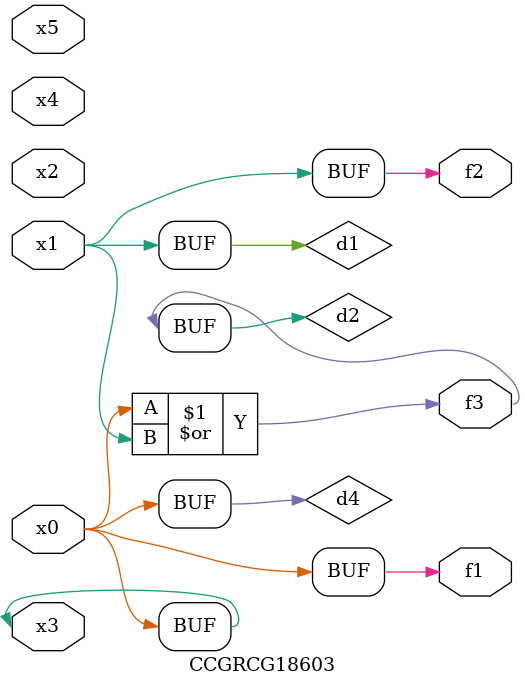
<source format=v>
module CCGRCG18603(
	input x0, x1, x2, x3, x4, x5,
	output f1, f2, f3
);

	wire d1, d2, d3, d4;

	and (d1, x1);
	or (d2, x0, x1);
	nand (d3, x0, x5);
	buf (d4, x0, x3);
	assign f1 = d4;
	assign f2 = d1;
	assign f3 = d2;
endmodule

</source>
